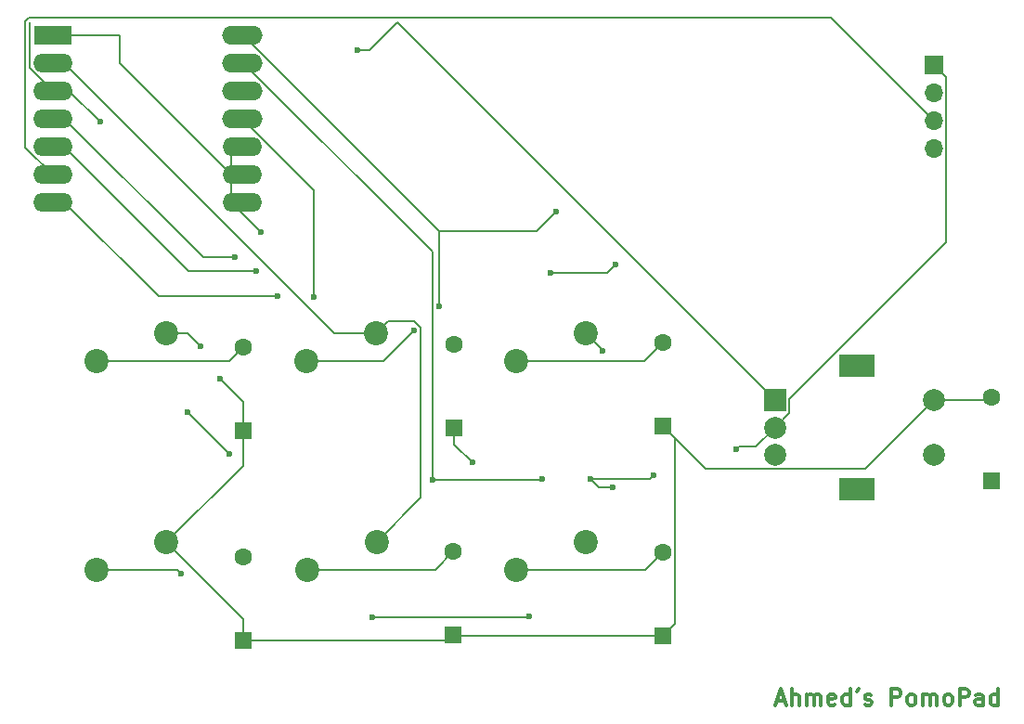
<source format=gbr>
%TF.GenerationSoftware,KiCad,Pcbnew,9.0.7*%
%TF.CreationDate,2026-02-26T06:36:32+05:30*%
%TF.ProjectId,Pomopad,506f6d6f-7061-4642-9e6b-696361645f70,rev?*%
%TF.SameCoordinates,Original*%
%TF.FileFunction,Copper,L1,Top*%
%TF.FilePolarity,Positive*%
%FSLAX46Y46*%
G04 Gerber Fmt 4.6, Leading zero omitted, Abs format (unit mm)*
G04 Created by KiCad (PCBNEW 9.0.7) date 2026-02-26 06:36:32*
%MOMM*%
%LPD*%
G01*
G04 APERTURE LIST*
G04 Aperture macros list*
%AMRoundRect*
0 Rectangle with rounded corners*
0 $1 Rounding radius*
0 $2 $3 $4 $5 $6 $7 $8 $9 X,Y pos of 4 corners*
0 Add a 4 corners polygon primitive as box body*
4,1,4,$2,$3,$4,$5,$6,$7,$8,$9,$2,$3,0*
0 Add four circle primitives for the rounded corners*
1,1,$1+$1,$2,$3*
1,1,$1+$1,$4,$5*
1,1,$1+$1,$6,$7*
1,1,$1+$1,$8,$9*
0 Add four rect primitives between the rounded corners*
20,1,$1+$1,$2,$3,$4,$5,0*
20,1,$1+$1,$4,$5,$6,$7,0*
20,1,$1+$1,$6,$7,$8,$9,0*
20,1,$1+$1,$8,$9,$2,$3,0*%
G04 Aperture macros list end*
%ADD10C,0.300000*%
%TA.AperFunction,NonConductor*%
%ADD11C,0.300000*%
%TD*%
%TA.AperFunction,ComponentPad*%
%ADD12C,2.200000*%
%TD*%
%TA.AperFunction,ComponentPad*%
%ADD13R,2.000000X2.000000*%
%TD*%
%TA.AperFunction,ComponentPad*%
%ADD14C,2.000000*%
%TD*%
%TA.AperFunction,ComponentPad*%
%ADD15R,3.200000X2.000000*%
%TD*%
%TA.AperFunction,ComponentPad*%
%ADD16R,3.500000X1.700000*%
%TD*%
%TA.AperFunction,ComponentPad*%
%ADD17O,3.600000X1.700000*%
%TD*%
%TA.AperFunction,ComponentPad*%
%ADD18O,3.700000X1.700000*%
%TD*%
%TA.AperFunction,ComponentPad*%
%ADD19R,1.700000X1.700000*%
%TD*%
%TA.AperFunction,ComponentPad*%
%ADD20O,1.700000X1.700000*%
%TD*%
%TA.AperFunction,ComponentPad*%
%ADD21RoundRect,0.250000X0.550000X-0.550000X0.550000X0.550000X-0.550000X0.550000X-0.550000X-0.550000X0*%
%TD*%
%TA.AperFunction,ComponentPad*%
%ADD22C,1.600000*%
%TD*%
%TA.AperFunction,ViaPad*%
%ADD23C,0.600000*%
%TD*%
%TA.AperFunction,Conductor*%
%ADD24C,0.200000*%
%TD*%
G04 APERTURE END LIST*
D10*
D11*
X226572082Y-110135257D02*
X227286368Y-110135257D01*
X226429225Y-110563828D02*
X226929225Y-109063828D01*
X226929225Y-109063828D02*
X227429225Y-110563828D01*
X227929224Y-110563828D02*
X227929224Y-109063828D01*
X228572082Y-110563828D02*
X228572082Y-109778114D01*
X228572082Y-109778114D02*
X228500653Y-109635257D01*
X228500653Y-109635257D02*
X228357796Y-109563828D01*
X228357796Y-109563828D02*
X228143510Y-109563828D01*
X228143510Y-109563828D02*
X228000653Y-109635257D01*
X228000653Y-109635257D02*
X227929224Y-109706685D01*
X229286367Y-110563828D02*
X229286367Y-109563828D01*
X229286367Y-109706685D02*
X229357796Y-109635257D01*
X229357796Y-109635257D02*
X229500653Y-109563828D01*
X229500653Y-109563828D02*
X229714939Y-109563828D01*
X229714939Y-109563828D02*
X229857796Y-109635257D01*
X229857796Y-109635257D02*
X229929225Y-109778114D01*
X229929225Y-109778114D02*
X229929225Y-110563828D01*
X229929225Y-109778114D02*
X230000653Y-109635257D01*
X230000653Y-109635257D02*
X230143510Y-109563828D01*
X230143510Y-109563828D02*
X230357796Y-109563828D01*
X230357796Y-109563828D02*
X230500653Y-109635257D01*
X230500653Y-109635257D02*
X230572082Y-109778114D01*
X230572082Y-109778114D02*
X230572082Y-110563828D01*
X231857796Y-110492400D02*
X231714939Y-110563828D01*
X231714939Y-110563828D02*
X231429225Y-110563828D01*
X231429225Y-110563828D02*
X231286367Y-110492400D01*
X231286367Y-110492400D02*
X231214939Y-110349542D01*
X231214939Y-110349542D02*
X231214939Y-109778114D01*
X231214939Y-109778114D02*
X231286367Y-109635257D01*
X231286367Y-109635257D02*
X231429225Y-109563828D01*
X231429225Y-109563828D02*
X231714939Y-109563828D01*
X231714939Y-109563828D02*
X231857796Y-109635257D01*
X231857796Y-109635257D02*
X231929225Y-109778114D01*
X231929225Y-109778114D02*
X231929225Y-109920971D01*
X231929225Y-109920971D02*
X231214939Y-110063828D01*
X233214939Y-110563828D02*
X233214939Y-109063828D01*
X233214939Y-110492400D02*
X233072081Y-110563828D01*
X233072081Y-110563828D02*
X232786367Y-110563828D01*
X232786367Y-110563828D02*
X232643510Y-110492400D01*
X232643510Y-110492400D02*
X232572081Y-110420971D01*
X232572081Y-110420971D02*
X232500653Y-110278114D01*
X232500653Y-110278114D02*
X232500653Y-109849542D01*
X232500653Y-109849542D02*
X232572081Y-109706685D01*
X232572081Y-109706685D02*
X232643510Y-109635257D01*
X232643510Y-109635257D02*
X232786367Y-109563828D01*
X232786367Y-109563828D02*
X233072081Y-109563828D01*
X233072081Y-109563828D02*
X233214939Y-109635257D01*
X234000653Y-109063828D02*
X233857796Y-109349542D01*
X234572082Y-110492400D02*
X234714939Y-110563828D01*
X234714939Y-110563828D02*
X235000653Y-110563828D01*
X235000653Y-110563828D02*
X235143510Y-110492400D01*
X235143510Y-110492400D02*
X235214939Y-110349542D01*
X235214939Y-110349542D02*
X235214939Y-110278114D01*
X235214939Y-110278114D02*
X235143510Y-110135257D01*
X235143510Y-110135257D02*
X235000653Y-110063828D01*
X235000653Y-110063828D02*
X234786368Y-110063828D01*
X234786368Y-110063828D02*
X234643510Y-109992400D01*
X234643510Y-109992400D02*
X234572082Y-109849542D01*
X234572082Y-109849542D02*
X234572082Y-109778114D01*
X234572082Y-109778114D02*
X234643510Y-109635257D01*
X234643510Y-109635257D02*
X234786368Y-109563828D01*
X234786368Y-109563828D02*
X235000653Y-109563828D01*
X235000653Y-109563828D02*
X235143510Y-109635257D01*
X237000653Y-110563828D02*
X237000653Y-109063828D01*
X237000653Y-109063828D02*
X237572082Y-109063828D01*
X237572082Y-109063828D02*
X237714939Y-109135257D01*
X237714939Y-109135257D02*
X237786368Y-109206685D01*
X237786368Y-109206685D02*
X237857796Y-109349542D01*
X237857796Y-109349542D02*
X237857796Y-109563828D01*
X237857796Y-109563828D02*
X237786368Y-109706685D01*
X237786368Y-109706685D02*
X237714939Y-109778114D01*
X237714939Y-109778114D02*
X237572082Y-109849542D01*
X237572082Y-109849542D02*
X237000653Y-109849542D01*
X238714939Y-110563828D02*
X238572082Y-110492400D01*
X238572082Y-110492400D02*
X238500653Y-110420971D01*
X238500653Y-110420971D02*
X238429225Y-110278114D01*
X238429225Y-110278114D02*
X238429225Y-109849542D01*
X238429225Y-109849542D02*
X238500653Y-109706685D01*
X238500653Y-109706685D02*
X238572082Y-109635257D01*
X238572082Y-109635257D02*
X238714939Y-109563828D01*
X238714939Y-109563828D02*
X238929225Y-109563828D01*
X238929225Y-109563828D02*
X239072082Y-109635257D01*
X239072082Y-109635257D02*
X239143511Y-109706685D01*
X239143511Y-109706685D02*
X239214939Y-109849542D01*
X239214939Y-109849542D02*
X239214939Y-110278114D01*
X239214939Y-110278114D02*
X239143511Y-110420971D01*
X239143511Y-110420971D02*
X239072082Y-110492400D01*
X239072082Y-110492400D02*
X238929225Y-110563828D01*
X238929225Y-110563828D02*
X238714939Y-110563828D01*
X239857796Y-110563828D02*
X239857796Y-109563828D01*
X239857796Y-109706685D02*
X239929225Y-109635257D01*
X239929225Y-109635257D02*
X240072082Y-109563828D01*
X240072082Y-109563828D02*
X240286368Y-109563828D01*
X240286368Y-109563828D02*
X240429225Y-109635257D01*
X240429225Y-109635257D02*
X240500654Y-109778114D01*
X240500654Y-109778114D02*
X240500654Y-110563828D01*
X240500654Y-109778114D02*
X240572082Y-109635257D01*
X240572082Y-109635257D02*
X240714939Y-109563828D01*
X240714939Y-109563828D02*
X240929225Y-109563828D01*
X240929225Y-109563828D02*
X241072082Y-109635257D01*
X241072082Y-109635257D02*
X241143511Y-109778114D01*
X241143511Y-109778114D02*
X241143511Y-110563828D01*
X242072082Y-110563828D02*
X241929225Y-110492400D01*
X241929225Y-110492400D02*
X241857796Y-110420971D01*
X241857796Y-110420971D02*
X241786368Y-110278114D01*
X241786368Y-110278114D02*
X241786368Y-109849542D01*
X241786368Y-109849542D02*
X241857796Y-109706685D01*
X241857796Y-109706685D02*
X241929225Y-109635257D01*
X241929225Y-109635257D02*
X242072082Y-109563828D01*
X242072082Y-109563828D02*
X242286368Y-109563828D01*
X242286368Y-109563828D02*
X242429225Y-109635257D01*
X242429225Y-109635257D02*
X242500654Y-109706685D01*
X242500654Y-109706685D02*
X242572082Y-109849542D01*
X242572082Y-109849542D02*
X242572082Y-110278114D01*
X242572082Y-110278114D02*
X242500654Y-110420971D01*
X242500654Y-110420971D02*
X242429225Y-110492400D01*
X242429225Y-110492400D02*
X242286368Y-110563828D01*
X242286368Y-110563828D02*
X242072082Y-110563828D01*
X243214939Y-110563828D02*
X243214939Y-109063828D01*
X243214939Y-109063828D02*
X243786368Y-109063828D01*
X243786368Y-109063828D02*
X243929225Y-109135257D01*
X243929225Y-109135257D02*
X244000654Y-109206685D01*
X244000654Y-109206685D02*
X244072082Y-109349542D01*
X244072082Y-109349542D02*
X244072082Y-109563828D01*
X244072082Y-109563828D02*
X244000654Y-109706685D01*
X244000654Y-109706685D02*
X243929225Y-109778114D01*
X243929225Y-109778114D02*
X243786368Y-109849542D01*
X243786368Y-109849542D02*
X243214939Y-109849542D01*
X245357797Y-110563828D02*
X245357797Y-109778114D01*
X245357797Y-109778114D02*
X245286368Y-109635257D01*
X245286368Y-109635257D02*
X245143511Y-109563828D01*
X245143511Y-109563828D02*
X244857797Y-109563828D01*
X244857797Y-109563828D02*
X244714939Y-109635257D01*
X245357797Y-110492400D02*
X245214939Y-110563828D01*
X245214939Y-110563828D02*
X244857797Y-110563828D01*
X244857797Y-110563828D02*
X244714939Y-110492400D01*
X244714939Y-110492400D02*
X244643511Y-110349542D01*
X244643511Y-110349542D02*
X244643511Y-110206685D01*
X244643511Y-110206685D02*
X244714939Y-110063828D01*
X244714939Y-110063828D02*
X244857797Y-109992400D01*
X244857797Y-109992400D02*
X245214939Y-109992400D01*
X245214939Y-109992400D02*
X245357797Y-109920971D01*
X246714940Y-110563828D02*
X246714940Y-109063828D01*
X246714940Y-110492400D02*
X246572082Y-110563828D01*
X246572082Y-110563828D02*
X246286368Y-110563828D01*
X246286368Y-110563828D02*
X246143511Y-110492400D01*
X246143511Y-110492400D02*
X246072082Y-110420971D01*
X246072082Y-110420971D02*
X246000654Y-110278114D01*
X246000654Y-110278114D02*
X246000654Y-109849542D01*
X246000654Y-109849542D02*
X246072082Y-109706685D01*
X246072082Y-109706685D02*
X246143511Y-109635257D01*
X246143511Y-109635257D02*
X246286368Y-109563828D01*
X246286368Y-109563828D02*
X246572082Y-109563828D01*
X246572082Y-109563828D02*
X246714940Y-109635257D01*
D12*
%TO.P,SW7,1,1*%
%TO.N,C2*%
X209169000Y-95673000D03*
%TO.P,SW7,2,2*%
%TO.N,Net-(D17-A)*%
X202819000Y-98213000D03*
%TD*%
%TO.P,SW6,1,1*%
%TO.N,C2*%
X209169000Y-76653000D03*
%TO.P,SW6,2,2*%
%TO.N,Net-(D16-A)*%
X202819000Y-79193000D03*
%TD*%
%TO.P,SW5,1,1*%
%TO.N,C1*%
X190039000Y-95673000D03*
%TO.P,SW5,2,2*%
%TO.N,Net-(D15-A)*%
X183689000Y-98213000D03*
%TD*%
D13*
%TO.P,SW1,A,A*%
%TO.N,A*%
X226379000Y-82743000D03*
D14*
%TO.P,SW1,B,B*%
%TO.N,B*%
X226379000Y-87743000D03*
%TO.P,SW1,C,C*%
%TO.N,GND*%
X226379000Y-85243000D03*
D15*
%TO.P,SW1,MP*%
%TO.N,N/C*%
X233879000Y-79643000D03*
X233879000Y-90843000D03*
D14*
%TO.P,SW1,S1,S1*%
%TO.N,Net-(D7-A)*%
X240879000Y-87743000D03*
%TO.P,SW1,S2,S2*%
%TO.N,C0*%
X240879000Y-82743000D03*
%TD*%
D16*
%TO.P,U1,1,PA02_A0_D0*%
%TO.N,C0*%
X160529000Y-49433000D03*
D17*
%TO.P,U1,2,PA4_A1_D1*%
%TO.N,C1*%
X160529000Y-51973000D03*
%TO.P,U1,3,PA10_A2_D2*%
%TO.N,A*%
X160529000Y-54513000D03*
%TO.P,U1,4,PA11_A3_D3*%
%TO.N,B*%
X160529000Y-57053000D03*
%TO.P,U1,5,PA8_A4_D4_SDA*%
%TO.N,SDA*%
X160529000Y-59593000D03*
%TO.P,U1,6,PA9_A5_D5_SCL*%
%TO.N,SCL*%
X160529000Y-62133000D03*
%TO.P,U1,7,PB08_A6_D6_TX*%
%TO.N,C2*%
X160529000Y-64673000D03*
%TO.P,U1,8,PB09_A7_D7_RX*%
%TO.N,C0*%
X177779000Y-64673000D03*
%TO.P,U1,9,PA7_A8_D8_SCK*%
X177779000Y-62133000D03*
%TO.P,U1,10,PA5_A9_D9_MISO*%
X177779000Y-59593000D03*
D18*
%TO.P,U1,11,PA6_A10_D10_MOSI*%
%TO.N,LED*%
X177779000Y-57053000D03*
%TO.P,U1,12,3V3*%
%TO.N,unconnected-(U1-3V3-Pad12)*%
X177779000Y-54513000D03*
%TO.P,U1,13,GND*%
%TO.N,GND*%
X177779000Y-51973000D03*
%TO.P,U1,14,5V*%
%TO.N,+5V*%
X177779000Y-49433000D03*
%TD*%
D12*
%TO.P,SW3,1,1*%
%TO.N,C0*%
X170899000Y-95723000D03*
%TO.P,SW3,2,2*%
%TO.N,Net-(D13-A)*%
X164549000Y-98263000D03*
%TD*%
%TO.P,SW4,1,1*%
%TO.N,C1*%
X190009000Y-76613000D03*
%TO.P,SW4,2,2*%
%TO.N,Net-(D14-A)*%
X183659000Y-79153000D03*
%TD*%
D19*
%TO.P,J1,1,GND*%
%TO.N,GND*%
X240859000Y-52143000D03*
D20*
%TO.P,J1,2,VCC*%
%TO.N,+5V*%
X240859000Y-54683000D03*
%TO.P,J1,3,SCl*%
%TO.N,SCL*%
X240859000Y-57223000D03*
%TO.P,J1,4,SDA*%
%TO.N,SDA*%
X240859000Y-59763000D03*
%TD*%
D12*
%TO.P,SW2,1,1*%
%TO.N,C0*%
X170859000Y-76613000D03*
%TO.P,SW2,2,2*%
%TO.N,Net-(D12-A)*%
X164509000Y-79153000D03*
%TD*%
D21*
%TO.P,D12,1,K*%
%TO.N,C0*%
X177909000Y-85503000D03*
D22*
%TO.P,D12,2,A*%
%TO.N,Net-(D12-A)*%
X177909000Y-77883000D03*
%TD*%
D21*
%TO.P,D15,1,K*%
%TO.N,C0*%
X197049000Y-104183000D03*
D22*
%TO.P,D15,2,A*%
%TO.N,Net-(D15-A)*%
X197049000Y-96563000D03*
%TD*%
D21*
%TO.P,D17,1,K*%
%TO.N,C0*%
X216139000Y-104253000D03*
D22*
%TO.P,D17,2,A*%
%TO.N,Net-(D17-A)*%
X216139000Y-96633000D03*
%TD*%
D21*
%TO.P,D16,1,K*%
%TO.N,C0*%
X216159000Y-85113000D03*
D22*
%TO.P,D16,2,A*%
%TO.N,Net-(D16-A)*%
X216159000Y-77493000D03*
%TD*%
D21*
%TO.P,D14,1,K*%
%TO.N,C0*%
X197069000Y-85303000D03*
D22*
%TO.P,D14,2,A*%
%TO.N,Net-(D14-A)*%
X197069000Y-77683000D03*
%TD*%
D21*
%TO.P,D13,1,K*%
%TO.N,C0*%
X177919000Y-104633000D03*
D22*
%TO.P,D13,2,A*%
%TO.N,Net-(D13-A)*%
X177919000Y-97013000D03*
%TD*%
D21*
%TO.P,D11,1,K*%
%TO.N,R2*%
X246099000Y-90143000D03*
D22*
%TO.P,D11,2,A*%
%TO.N,C0*%
X246099000Y-82523000D03*
%TD*%
D23*
%TO.N,GND*%
X205189000Y-89903000D03*
X222849000Y-87253000D03*
X215269000Y-89593000D03*
X195119000Y-90023000D03*
X209549000Y-89913000D03*
X211579000Y-90703000D03*
%TO.N,+5V*%
X203959000Y-102443000D03*
X195789000Y-74163000D03*
X189659000Y-102523000D03*
X206379000Y-65553000D03*
%TO.N,C0*%
X173999000Y-77803000D03*
X198759000Y-88453000D03*
X175799000Y-80773000D03*
X179469000Y-67393000D03*
%TO.N,B*%
X177099000Y-69733000D03*
%TO.N,A*%
X188329000Y-50823000D03*
X164809000Y-57353000D03*
%TO.N,C2*%
X181039000Y-73283000D03*
X210669000Y-78273000D03*
%TO.N,SDA*%
X211809000Y-70343000D03*
X205949000Y-71113000D03*
X179059000Y-70983000D03*
%TO.N,Net-(D13-A)*%
X172179000Y-98533000D03*
%TO.N,Net-(D14-A)*%
X193489000Y-76373000D03*
%TO.N,LED*%
X184339000Y-73363000D03*
%TO.N,Net-(D1-DOUT)*%
X176589000Y-87653000D03*
X172809000Y-83873000D03*
%TD*%
D24*
%TO.N,GND*%
X223109000Y-86993000D02*
X224629000Y-86993000D01*
X195119000Y-90023000D02*
X205069000Y-90023000D01*
X242010000Y-68310000D02*
X227680000Y-82640000D01*
X205069000Y-90023000D02*
X205189000Y-89903000D01*
X222849000Y-87253000D02*
X223109000Y-86993000D01*
X210339000Y-90703000D02*
X209549000Y-89913000D01*
X240859000Y-52143000D02*
X242010000Y-53294000D01*
X211579000Y-90703000D02*
X210339000Y-90703000D01*
X242010000Y-53294000D02*
X242010000Y-68310000D01*
X195119000Y-69225240D02*
X195119000Y-90023000D01*
X177866760Y-51973000D02*
X195119000Y-69225240D01*
X209549000Y-89913000D02*
X214949000Y-89913000D01*
X214949000Y-89913000D02*
X215269000Y-89593000D01*
X227680000Y-82640000D02*
X227680000Y-83942000D01*
X227680000Y-83942000D02*
X226379000Y-85243000D01*
X176779000Y-51973000D02*
X177866760Y-51973000D01*
X224629000Y-86993000D02*
X226379000Y-85243000D01*
%TO.N,+5V*%
X176779000Y-49433000D02*
X177889000Y-49433000D01*
X204599000Y-67333000D02*
X206379000Y-65553000D01*
X189659000Y-102523000D02*
X203879000Y-102523000D01*
X195789000Y-67333000D02*
X204599000Y-67333000D01*
X177889000Y-49433000D02*
X195789000Y-67333000D01*
X203879000Y-102523000D02*
X203959000Y-102443000D01*
X195789000Y-67333000D02*
X195789000Y-74163000D01*
%TO.N,C0*%
X176779000Y-64673000D02*
X176779000Y-64703000D01*
X245879000Y-82743000D02*
X246099000Y-82523000D01*
X217240000Y-86194000D02*
X217240000Y-103152000D01*
X197119000Y-104253000D02*
X197049000Y-104183000D01*
X175799000Y-80773000D02*
X177909000Y-82883000D01*
X177919000Y-104633000D02*
X196599000Y-104633000D01*
X217240000Y-103152000D02*
X216139000Y-104253000D01*
X197069000Y-86763000D02*
X198759000Y-88453000D01*
X166619000Y-51973000D02*
X166619000Y-49433000D01*
X176779000Y-59593000D02*
X176779000Y-62133000D01*
X176779000Y-64673000D02*
X176779000Y-62133000D01*
X196599000Y-104633000D02*
X197049000Y-104183000D01*
X240879000Y-82743000D02*
X245879000Y-82743000D01*
X170899000Y-95723000D02*
X177909000Y-88713000D01*
X240879000Y-82743000D02*
X234578000Y-89044000D01*
X177909000Y-82883000D02*
X177909000Y-85503000D01*
X176779000Y-64703000D02*
X179469000Y-67393000D01*
X197069000Y-85303000D02*
X197069000Y-86763000D01*
X240879000Y-83310100D02*
X241045100Y-83144000D01*
X170899000Y-95723000D02*
X177919000Y-102743000D01*
X216139000Y-104253000D02*
X197119000Y-104253000D01*
X177909000Y-88713000D02*
X177909000Y-85503000D01*
X216159000Y-85113000D02*
X217240000Y-86194000D01*
X176779000Y-59593000D02*
X178589000Y-59593000D01*
X172809000Y-76613000D02*
X173999000Y-77803000D01*
X220090000Y-89044000D02*
X216159000Y-85113000D01*
X161529000Y-49433000D02*
X166619000Y-49433000D01*
X170859000Y-76613000D02*
X172809000Y-76613000D01*
X177919000Y-102743000D02*
X177919000Y-104633000D01*
X176779000Y-62133000D02*
X166619000Y-51973000D01*
X234578000Y-89044000D02*
X220090000Y-89044000D01*
%TO.N,Net-(D12-A)*%
X176639000Y-79153000D02*
X177909000Y-77883000D01*
X164509000Y-79153000D02*
X176639000Y-79153000D01*
%TO.N,B*%
X174209000Y-69733000D02*
X177099000Y-69733000D01*
X161529000Y-57053000D02*
X174209000Y-69733000D01*
%TO.N,A*%
X161529000Y-54513000D02*
X161969000Y-54513000D01*
X161969000Y-54513000D02*
X164809000Y-57353000D01*
X158428000Y-48332000D02*
X158478000Y-48282000D01*
X191918000Y-48282000D02*
X226379000Y-82743000D01*
X158428000Y-52449760D02*
X158428000Y-48332000D01*
X188329000Y-50823000D02*
X189377000Y-50823000D01*
X161529000Y-54513000D02*
X160491240Y-54513000D01*
X189377000Y-50823000D02*
X191918000Y-48282000D01*
X160491240Y-54513000D02*
X158428000Y-52449760D01*
%TO.N,C1*%
X161529000Y-51973000D02*
X186169000Y-76613000D01*
X194090000Y-76124057D02*
X194090000Y-91622000D01*
X191108999Y-75513001D02*
X193478944Y-75513001D01*
X186169000Y-76613000D02*
X190009000Y-76613000D01*
X193478944Y-75513001D02*
X194090000Y-76124057D01*
X194090000Y-91622000D02*
X190039000Y-95673000D01*
X190009000Y-76613000D02*
X191108999Y-75513001D01*
%TO.N,C2*%
X210669000Y-78153000D02*
X210669000Y-78273000D01*
X209169000Y-76653000D02*
X210669000Y-78153000D01*
X170139000Y-73283000D02*
X181039000Y-73283000D01*
X161529000Y-64673000D02*
X170139000Y-73283000D01*
%TO.N,SDA*%
X211039000Y-71113000D02*
X211809000Y-70343000D01*
X205949000Y-71113000D02*
X211039000Y-71113000D01*
X161529000Y-59593000D02*
X172919000Y-70983000D01*
X172919000Y-70983000D02*
X179059000Y-70983000D01*
%TO.N,SCL*%
X161529000Y-62133000D02*
X160491240Y-62133000D01*
X160491240Y-62133000D02*
X158027000Y-59668760D01*
X158027000Y-48165900D02*
X158311900Y-47881000D01*
X158027000Y-59668760D02*
X158027000Y-48165900D01*
X158311900Y-47881000D02*
X231517000Y-47881000D01*
X231517000Y-47881000D02*
X240859000Y-57223000D01*
%TO.N,Net-(D13-A)*%
X171909000Y-98263000D02*
X172179000Y-98533000D01*
X164549000Y-98263000D02*
X171909000Y-98263000D01*
%TO.N,Net-(D14-A)*%
X190709000Y-79153000D02*
X193489000Y-76373000D01*
X183659000Y-79153000D02*
X190709000Y-79153000D01*
%TO.N,Net-(D15-A)*%
X183689000Y-98213000D02*
X195399000Y-98213000D01*
X195399000Y-98213000D02*
X197049000Y-96563000D01*
%TO.N,Net-(D16-A)*%
X202819000Y-79193000D02*
X214459000Y-79193000D01*
X214459000Y-79193000D02*
X216159000Y-77493000D01*
%TO.N,Net-(D17-A)*%
X202819000Y-98213000D02*
X214559000Y-98213000D01*
X214559000Y-98213000D02*
X216139000Y-96633000D01*
%TO.N,LED*%
X184339000Y-63575240D02*
X184339000Y-73363000D01*
X176779000Y-57053000D02*
X178939000Y-57053000D01*
X176779000Y-57053000D02*
X177816760Y-57053000D01*
X177816760Y-57053000D02*
X184339000Y-63575240D01*
%TO.N,Net-(D1-DOUT)*%
X172809000Y-83873000D02*
X176589000Y-87653000D01*
%TD*%
M02*

</source>
